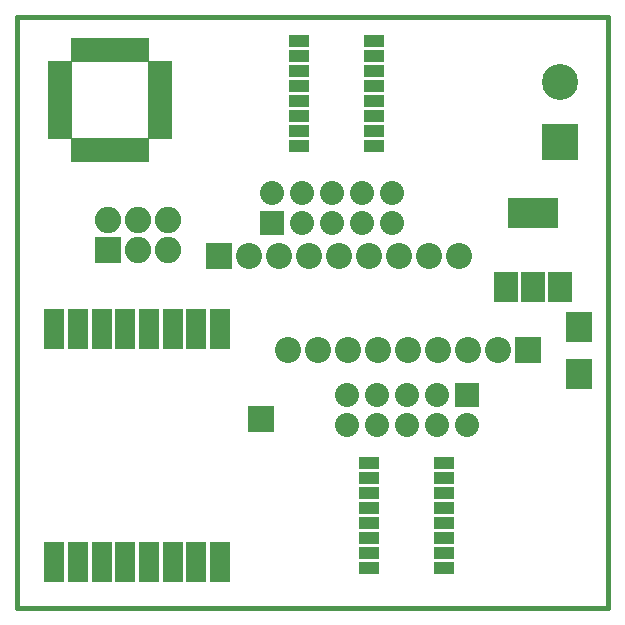
<source format=gts>
G04 #@! TF.FileFunction,Soldermask,Top*
%FSLAX46Y46*%
G04 Gerber Fmt 4.6, Leading zero omitted, Abs format (unit mm)*
G04 Created by KiCad (PCBNEW 4.0.5-e0-6337~49~ubuntu16.04.1) date Tue Jan 17 08:51:43 2017*
%MOMM*%
%LPD*%
G01*
G04 APERTURE LIST*
%ADD10C,0.150000*%
%ADD11C,0.381000*%
%ADD12R,2.032000X2.032000*%
%ADD13C,2.032000*%
%ADD14R,2.235200X2.235200*%
%ADD15O,2.235200X2.235200*%
%ADD16R,3.048000X3.048000*%
%ADD17C,3.048000*%
%ADD18R,2.108000X1.058000*%
%ADD19R,1.058000X2.108000*%
%ADD20R,1.708000X3.508000*%
%ADD21R,4.308000X2.508000*%
%ADD22R,2.008000X2.508000*%
%ADD23R,2.208000X2.508000*%
%ADD24R,2.208000X2.208000*%
%ADD25R,1.651000X1.016000*%
%ADD26O,2.208000X2.208000*%
G04 APERTURE END LIST*
D10*
D11*
X134000000Y-48000000D02*
X134000000Y-98000000D01*
X184000000Y-48000000D02*
X134000000Y-48000000D01*
X184000000Y-98000000D02*
X184000000Y-48000000D01*
X134000000Y-98000000D02*
X184000000Y-98000000D01*
D12*
X155575000Y-65405000D03*
D13*
X155575000Y-62865000D03*
X158115000Y-65405000D03*
X158115000Y-62865000D03*
X160655000Y-65405000D03*
X160655000Y-62865000D03*
X163195000Y-65405000D03*
X163195000Y-62865000D03*
X165735000Y-65405000D03*
X165735000Y-62865000D03*
D12*
X172085000Y-80010000D03*
D13*
X172085000Y-82550000D03*
X169545000Y-80010000D03*
X169545000Y-82550000D03*
X167005000Y-80010000D03*
X167005000Y-82550000D03*
X164465000Y-80010000D03*
X164465000Y-82550000D03*
X161925000Y-80010000D03*
X161925000Y-82550000D03*
D14*
X141732000Y-67691000D03*
D15*
X141732000Y-65151000D03*
X144272000Y-67691000D03*
X144272000Y-65151000D03*
X146812000Y-67691000D03*
X146812000Y-65151000D03*
D16*
X180000000Y-58540000D03*
D17*
X180000000Y-53460000D03*
D18*
X137609000Y-52191000D03*
X137609000Y-52991000D03*
X137609000Y-53791000D03*
X137609000Y-54591000D03*
X137609000Y-55391000D03*
X137609000Y-56191000D03*
X137609000Y-56991000D03*
X137609000Y-57791000D03*
D19*
X139059000Y-59241000D03*
X139859000Y-59241000D03*
X140659000Y-59241000D03*
X141459000Y-59241000D03*
X142259000Y-59241000D03*
X143059000Y-59241000D03*
X143859000Y-59241000D03*
X144659000Y-59241000D03*
D18*
X146109000Y-57791000D03*
X146109000Y-56991000D03*
X146109000Y-56191000D03*
X146109000Y-55391000D03*
X146109000Y-54591000D03*
X146109000Y-53791000D03*
X146109000Y-52991000D03*
X146109000Y-52191000D03*
D19*
X144659000Y-50741000D03*
X143859000Y-50741000D03*
X143059000Y-50741000D03*
X142259000Y-50741000D03*
X141459000Y-50741000D03*
X140659000Y-50741000D03*
X139859000Y-50741000D03*
X139059000Y-50741000D03*
D20*
X137160000Y-94110000D03*
X139160000Y-94110000D03*
X141160000Y-94110000D03*
X143160000Y-94110000D03*
X145160000Y-94110000D03*
X147160000Y-94110000D03*
X149160000Y-94110000D03*
X151160000Y-94110000D03*
X151160000Y-74410000D03*
X149160000Y-74410000D03*
X147160000Y-74410000D03*
X145160000Y-74410000D03*
X143160000Y-74410000D03*
X141160000Y-74410000D03*
X139160000Y-74410000D03*
X137160000Y-74410000D03*
D21*
X177673000Y-64541000D03*
D22*
X177673000Y-70841000D03*
X179973000Y-70841000D03*
X175373000Y-70841000D03*
D23*
X181610000Y-78200000D03*
X181610000Y-74200000D03*
D24*
X154686000Y-82042000D03*
D25*
X157861000Y-58928000D03*
X157861000Y-56388000D03*
X157861000Y-55118000D03*
X157861000Y-53848000D03*
X157861000Y-52578000D03*
X157861000Y-51308000D03*
X157861000Y-50038000D03*
X164211000Y-50038000D03*
X164211000Y-51308000D03*
X164211000Y-52578000D03*
X164211000Y-53848000D03*
X164211000Y-55118000D03*
X164211000Y-56388000D03*
X164211000Y-57658000D03*
X164211000Y-58928000D03*
X157861000Y-57658000D03*
X170180000Y-85725000D03*
X170180000Y-88265000D03*
X170180000Y-89535000D03*
X170180000Y-90805000D03*
X170180000Y-92075000D03*
X170180000Y-93345000D03*
X170180000Y-94615000D03*
X163830000Y-94615000D03*
X163830000Y-93345000D03*
X163830000Y-92075000D03*
X163830000Y-90805000D03*
X163830000Y-89535000D03*
X163830000Y-88265000D03*
X163830000Y-86995000D03*
X163830000Y-85725000D03*
X170180000Y-86995000D03*
D24*
X177292000Y-76200000D03*
D26*
X174752000Y-76200000D03*
X172212000Y-76200000D03*
X169672000Y-76200000D03*
X167132000Y-76200000D03*
X164592000Y-76200000D03*
X162052000Y-76200000D03*
X159512000Y-76200000D03*
X156972000Y-76200000D03*
D24*
X151130000Y-68199000D03*
D26*
X153670000Y-68199000D03*
X156210000Y-68199000D03*
X158750000Y-68199000D03*
X161290000Y-68199000D03*
X163830000Y-68199000D03*
X166370000Y-68199000D03*
X168910000Y-68199000D03*
X171450000Y-68199000D03*
M02*

</source>
